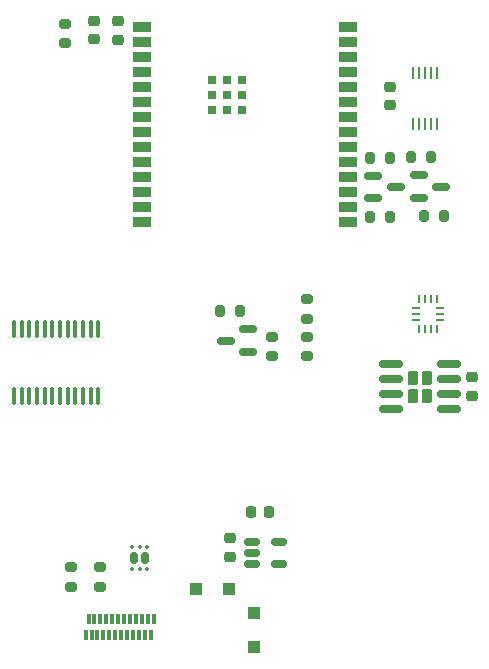
<source format=gbr>
%TF.GenerationSoftware,KiCad,Pcbnew,8.0.5*%
%TF.CreationDate,2025-02-08T11:35:46+01:00*%
%TF.ProjectId,ESP32 adon,45535033-3220-4616-946f-6e2e6b696361,rev?*%
%TF.SameCoordinates,Original*%
%TF.FileFunction,Paste,Top*%
%TF.FilePolarity,Positive*%
%FSLAX46Y46*%
G04 Gerber Fmt 4.6, Leading zero omitted, Abs format (unit mm)*
G04 Created by KiCad (PCBNEW 8.0.5) date 2025-02-08 11:35:46*
%MOMM*%
%LPD*%
G01*
G04 APERTURE LIST*
G04 Aperture macros list*
%AMRoundRect*
0 Rectangle with rounded corners*
0 $1 Rounding radius*
0 $2 $3 $4 $5 $6 $7 $8 $9 X,Y pos of 4 corners*
0 Add a 4 corners polygon primitive as box body*
4,1,4,$2,$3,$4,$5,$6,$7,$8,$9,$2,$3,0*
0 Add four circle primitives for the rounded corners*
1,1,$1+$1,$2,$3*
1,1,$1+$1,$4,$5*
1,1,$1+$1,$6,$7*
1,1,$1+$1,$8,$9*
0 Add four rect primitives between the rounded corners*
20,1,$1+$1,$2,$3,$4,$5,0*
20,1,$1+$1,$4,$5,$6,$7,0*
20,1,$1+$1,$6,$7,$8,$9,0*
20,1,$1+$1,$8,$9,$2,$3,0*%
G04 Aperture macros list end*
%ADD10RoundRect,0.225000X0.250000X-0.225000X0.250000X0.225000X-0.250000X0.225000X-0.250000X-0.225000X0*%
%ADD11RoundRect,0.200000X-0.275000X0.200000X-0.275000X-0.200000X0.275000X-0.200000X0.275000X0.200000X0*%
%ADD12RoundRect,0.225000X-0.250000X0.225000X-0.250000X-0.225000X0.250000X-0.225000X0.250000X0.225000X0*%
%ADD13RoundRect,0.200000X0.200000X0.275000X-0.200000X0.275000X-0.200000X-0.275000X0.200000X-0.275000X0*%
%ADD14R,1.500000X0.900000*%
%ADD15R,0.800000X0.800000*%
%ADD16RoundRect,0.200000X-0.200000X-0.275000X0.200000X-0.275000X0.200000X0.275000X-0.200000X0.275000X0*%
%ADD17RoundRect,0.075000X-0.075000X0.087500X-0.075000X-0.087500X0.075000X-0.087500X0.075000X0.087500X0*%
%ADD18RoundRect,0.153250X-0.153250X0.321750X-0.153250X-0.321750X0.153250X-0.321750X0.153250X0.321750X0*%
%ADD19RoundRect,0.200000X0.275000X-0.200000X0.275000X0.200000X-0.275000X0.200000X-0.275000X-0.200000X0*%
%ADD20R,0.250000X0.675000*%
%ADD21R,0.675000X0.250000*%
%ADD22RoundRect,0.150000X-0.587500X-0.150000X0.587500X-0.150000X0.587500X0.150000X-0.587500X0.150000X0*%
%ADD23R,0.300000X0.950000*%
%ADD24R,0.300000X0.850000*%
%ADD25RoundRect,0.250000X0.300000X0.300000X-0.300000X0.300000X-0.300000X-0.300000X0.300000X-0.300000X0*%
%ADD26R,0.250000X1.100000*%
%ADD27RoundRect,0.150000X-0.512500X-0.150000X0.512500X-0.150000X0.512500X0.150000X-0.512500X0.150000X0*%
%ADD28RoundRect,0.230000X-0.230000X-0.375000X0.230000X-0.375000X0.230000X0.375000X-0.230000X0.375000X0*%
%ADD29RoundRect,0.150000X-0.825000X-0.150000X0.825000X-0.150000X0.825000X0.150000X-0.825000X0.150000X0*%
%ADD30RoundRect,0.100000X-0.100000X0.637500X-0.100000X-0.637500X0.100000X-0.637500X0.100000X0.637500X0*%
%ADD31RoundRect,0.150000X0.587500X0.150000X-0.587500X0.150000X-0.587500X-0.150000X0.587500X-0.150000X0*%
%ADD32RoundRect,0.250000X-0.300000X0.300000X-0.300000X-0.300000X0.300000X-0.300000X0.300000X0.300000X0*%
%ADD33RoundRect,0.225000X0.225000X0.250000X-0.225000X0.250000X-0.225000X-0.250000X0.225000X-0.250000X0*%
G04 APERTURE END LIST*
D10*
%TO.C,C5*%
X83500000Y-58050000D03*
X83500000Y-56500000D03*
%TD*%
D11*
%TO.C,R17*%
X56490000Y-97175000D03*
X56490000Y-98825000D03*
%TD*%
D12*
%TO.C,C2*%
X58500000Y-50950000D03*
X58500000Y-52500000D03*
%TD*%
D13*
%TO.C,R7*%
X88087500Y-67450000D03*
X86437500Y-67450000D03*
%TD*%
D14*
%TO.C,U1*%
X62500000Y-51460000D03*
X62500000Y-52730000D03*
X62500000Y-54000000D03*
X62500000Y-55270000D03*
X62500000Y-56540000D03*
X62500000Y-57810000D03*
X62500000Y-59080000D03*
X62500000Y-60350000D03*
X62500000Y-61620000D03*
X62500000Y-62890000D03*
X62500000Y-64160000D03*
X62500000Y-65430000D03*
X62500000Y-66700000D03*
X62500000Y-67970000D03*
X80000000Y-67970000D03*
X80000000Y-66700000D03*
X80000000Y-65430000D03*
X80000000Y-64160000D03*
X80000000Y-62890000D03*
X80000000Y-61620000D03*
X80000000Y-60350000D03*
X80000000Y-59080000D03*
X80000000Y-57810000D03*
X80000000Y-56540000D03*
X80000000Y-55270000D03*
X80000000Y-54000000D03*
X80000000Y-52730000D03*
X80000000Y-51460000D03*
D15*
X68495000Y-55930000D03*
X68495000Y-57180000D03*
X68495000Y-58430000D03*
X69745000Y-55930000D03*
X69745000Y-57180000D03*
X69745000Y-58430000D03*
X70995000Y-55930000D03*
X70995000Y-57180000D03*
X70995000Y-58430000D03*
%TD*%
D16*
%TO.C,R6*%
X81850000Y-67500000D03*
X83500000Y-67500000D03*
%TD*%
D17*
%TO.C,D3*%
X63000000Y-95500000D03*
X62350000Y-95500000D03*
X61700000Y-95500000D03*
D18*
X61883500Y-96425000D03*
D17*
X61700000Y-97350000D03*
X62350000Y-97350000D03*
D18*
X62816500Y-96425000D03*
D17*
X63000000Y-97350000D03*
%TD*%
D12*
%TO.C,C3*%
X70000000Y-94725000D03*
X70000000Y-96275000D03*
%TD*%
D11*
%TO.C,R18*%
X56000000Y-51175000D03*
X56000000Y-52825000D03*
%TD*%
D19*
%TO.C,R2*%
X76500000Y-76150000D03*
X76500000Y-74500000D03*
%TD*%
D11*
%TO.C,R1*%
X73500000Y-77675000D03*
X73500000Y-79325000D03*
%TD*%
D20*
%TO.C,MT1*%
X86000000Y-77025000D03*
X86500000Y-77025000D03*
X87000000Y-77025000D03*
X87500000Y-77025000D03*
D21*
X87762500Y-76262500D03*
X87762500Y-75762500D03*
X87762500Y-75262500D03*
D20*
X87500000Y-74500000D03*
X87000000Y-74500000D03*
X86500000Y-74500000D03*
X86000000Y-74500000D03*
D21*
X85737500Y-75262500D03*
X85737500Y-75762500D03*
X85737500Y-76262500D03*
%TD*%
D10*
%TO.C,C6*%
X90500000Y-82655000D03*
X90500000Y-81105000D03*
%TD*%
D22*
%TO.C,Q5*%
X82125000Y-64050000D03*
X82125000Y-65950000D03*
X84000000Y-65000000D03*
%TD*%
D13*
%TO.C,R8*%
X70825000Y-75500000D03*
X69175000Y-75500000D03*
%TD*%
D23*
%TO.C,J6*%
X58010000Y-101600000D03*
X58510000Y-101600000D03*
X59010000Y-101600000D03*
X59510000Y-101600000D03*
X60010000Y-101600000D03*
X60510000Y-101600000D03*
X61010000Y-101600000D03*
X61510000Y-101600000D03*
X62010000Y-101600000D03*
X62510000Y-101600000D03*
X63010000Y-101600000D03*
X63510000Y-101600000D03*
D24*
X63260000Y-102950000D03*
X62760000Y-102950000D03*
X62260000Y-102950000D03*
X61760000Y-102950000D03*
X61260000Y-102950000D03*
X60760000Y-102950000D03*
X60260000Y-102950000D03*
X59760000Y-102950000D03*
X59260000Y-102950000D03*
X58760000Y-102950000D03*
X58260000Y-102950000D03*
X57760000Y-102950000D03*
%TD*%
D13*
%TO.C,R4*%
X87000000Y-62450000D03*
X85350000Y-62450000D03*
%TD*%
D25*
%TO.C,D2*%
X69900000Y-99000000D03*
X67100000Y-99000000D03*
%TD*%
D22*
%TO.C,Q6*%
X86000000Y-64000000D03*
X86000000Y-65900000D03*
X87875000Y-64950000D03*
%TD*%
D12*
%TO.C,C4*%
X60495000Y-50960000D03*
X60495000Y-52510000D03*
%TD*%
D26*
%TO.C,U3*%
X85500000Y-59650000D03*
X86000000Y-59650000D03*
X86500000Y-59650000D03*
X87000000Y-59650000D03*
X87500000Y-59650000D03*
X87500000Y-55350000D03*
X87000000Y-55350000D03*
X86500000Y-55350000D03*
X86000000Y-55350000D03*
X85500000Y-55350000D03*
%TD*%
D27*
%TO.C,U4*%
X71862500Y-95050000D03*
X71862500Y-96000000D03*
X71862500Y-96950000D03*
X74137500Y-96950000D03*
X74137500Y-95050000D03*
%TD*%
D28*
%TO.C,U6*%
X85500000Y-81155000D03*
X85500000Y-82655000D03*
X86640000Y-81155000D03*
X86640000Y-82655000D03*
D29*
X83595000Y-80000000D03*
X83595000Y-81270000D03*
X83595000Y-82540000D03*
X83595000Y-83810000D03*
X88545000Y-83810000D03*
X88545000Y-82540000D03*
X88545000Y-81270000D03*
X88545000Y-80000000D03*
%TD*%
D30*
%TO.C,U2*%
X58850000Y-77000000D03*
X58200000Y-77000000D03*
X57550000Y-77000000D03*
X56900000Y-77000000D03*
X56250000Y-77000000D03*
X55600000Y-77000000D03*
X54950000Y-77000000D03*
X54300000Y-77000000D03*
X53650000Y-77000000D03*
X53000000Y-77000000D03*
X52350000Y-77000000D03*
X51700000Y-77000000D03*
X51700000Y-82725000D03*
X52350000Y-82725000D03*
X53000000Y-82725000D03*
X53650000Y-82725000D03*
X54300000Y-82725000D03*
X54950000Y-82725000D03*
X55600000Y-82725000D03*
X56250000Y-82725000D03*
X56900000Y-82725000D03*
X57550000Y-82725000D03*
X58200000Y-82725000D03*
X58850000Y-82725000D03*
%TD*%
D31*
%TO.C,Q4*%
X71500000Y-78950000D03*
X71500000Y-77050000D03*
X69625000Y-78000000D03*
%TD*%
D32*
%TO.C,D1*%
X72000000Y-101100000D03*
X72000000Y-103900000D03*
%TD*%
D16*
%TO.C,R5*%
X81850000Y-62500000D03*
X83500000Y-62500000D03*
%TD*%
D11*
%TO.C,R3*%
X76500000Y-77675000D03*
X76500000Y-79325000D03*
%TD*%
%TO.C,R16*%
X59000000Y-97175000D03*
X59000000Y-98825000D03*
%TD*%
D33*
%TO.C,C1*%
X73275000Y-92500000D03*
X71725000Y-92500000D03*
%TD*%
M02*

</source>
